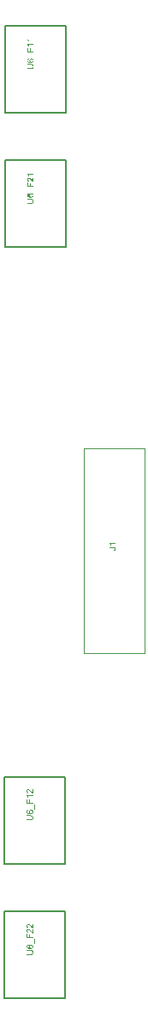
<source format=gbr>
G04*
G04 #@! TF.GenerationSoftware,Altium Limited,Altium Designer,25.0.2 (28)*
G04*
G04 Layer_Color=16711935*
%FSLAX25Y25*%
%MOIN*%
G70*
G04*
G04 #@! TF.SameCoordinates,7C83500D-BFB9-469C-A41D-0C693C3E1856*
G04*
G04*
G04 #@! TF.FilePolarity,Positive*
G04*
G01*
G75*
%ADD12C,0.00394*%
%ADD15C,0.00787*%
G36*
X661824Y338441D02*
X659856D01*
X659862Y338436D01*
X659875Y338422D01*
X659894Y338397D01*
X659922Y338362D01*
X659954Y338321D01*
X659990Y338269D01*
X660028Y338212D01*
X660069Y338146D01*
Y338143D01*
X660075Y338138D01*
X660080Y338130D01*
X660085Y338116D01*
X660096Y338100D01*
X660105Y338081D01*
X660129Y338037D01*
X660154Y337988D01*
X660181Y337933D01*
X660206Y337876D01*
X660227Y337821D01*
X659930D01*
X659927Y337824D01*
X659924Y337832D01*
X659916Y337846D01*
X659908Y337865D01*
X659897Y337887D01*
X659881Y337914D01*
X659864Y337944D01*
X659848Y337974D01*
X659804Y338045D01*
X659752Y338122D01*
X659698Y338201D01*
X659635Y338274D01*
X659632Y338277D01*
X659627Y338283D01*
X659619Y338294D01*
X659605Y338307D01*
X659588Y338321D01*
X659572Y338340D01*
X659526Y338381D01*
X659477Y338427D01*
X659419Y338474D01*
X659359Y338515D01*
X659296Y338550D01*
Y338749D01*
X661824D01*
Y338441D01*
D02*
G37*
G36*
X661101Y337163D02*
X661131D01*
X661166Y337161D01*
X661202Y337155D01*
X661281Y337147D01*
X661363Y337133D01*
X661442Y337114D01*
X661478Y337101D01*
X661513Y337087D01*
X661516D01*
X661521Y337084D01*
X661530Y337079D01*
X661541Y337073D01*
X661573Y337054D01*
X661612Y337027D01*
X661652Y336994D01*
X661696Y336953D01*
X661737Y336901D01*
X661775Y336844D01*
Y336841D01*
X661778Y336836D01*
X661783Y336827D01*
X661789Y336814D01*
X661797Y336800D01*
X661803Y336781D01*
X661811Y336759D01*
X661819Y336735D01*
X661838Y336677D01*
X661852Y336612D01*
X661863Y336538D01*
X661865Y336456D01*
Y336423D01*
X661863Y336402D01*
X661860Y336374D01*
X661854Y336342D01*
X661849Y336306D01*
X661841Y336268D01*
X661833Y336227D01*
X661819Y336186D01*
X661805Y336142D01*
X661786Y336101D01*
X661764Y336058D01*
X661740Y336019D01*
X661710Y335981D01*
X661677Y335946D01*
X661674Y335943D01*
X661669Y335938D01*
X661658Y335929D01*
X661642Y335918D01*
X661622Y335905D01*
X661598Y335891D01*
X661568Y335875D01*
X661535Y335858D01*
X661497Y335845D01*
X661456Y335828D01*
X661409Y335815D01*
X661358Y335801D01*
X661303Y335793D01*
X661243Y335785D01*
X661180Y335779D01*
X661112D01*
X661068Y336080D01*
X661071D01*
X661082D01*
X661096Y336082D01*
X661115D01*
X661139Y336085D01*
X661166Y336088D01*
X661227Y336096D01*
X661292Y336109D01*
X661358Y336129D01*
X661388Y336140D01*
X661418Y336153D01*
X661442Y336170D01*
X661464Y336186D01*
X661470Y336191D01*
X661480Y336205D01*
X661497Y336227D01*
X661516Y336257D01*
X661535Y336295D01*
X661551Y336342D01*
X661562Y336393D01*
X661568Y336454D01*
Y336475D01*
X661565Y336497D01*
X661560Y336527D01*
X661554Y336563D01*
X661543Y336598D01*
X661530Y336634D01*
X661511Y336669D01*
X661508Y336675D01*
X661500Y336686D01*
X661486Y336699D01*
X661470Y336721D01*
X661448Y336740D01*
X661420Y336762D01*
X661390Y336781D01*
X661355Y336797D01*
X661349Y336800D01*
X661336Y336803D01*
X661311Y336808D01*
X661278Y336817D01*
X661235Y336822D01*
X661180Y336827D01*
X661117Y336830D01*
X661079Y336833D01*
X661041D01*
X659305D01*
Y337166D01*
X661022D01*
X661025D01*
X661035D01*
X661052D01*
X661074D01*
X661101Y337163D01*
D02*
G37*
G36*
X629837Y533606D02*
X627869D01*
X627874Y533601D01*
X627888Y533587D01*
X627907Y533563D01*
X627934Y533527D01*
X627967Y533486D01*
X628003Y533434D01*
X628041Y533377D01*
X628082Y533311D01*
Y533309D01*
X628087Y533303D01*
X628093Y533295D01*
X628098Y533281D01*
X628109Y533265D01*
X628117Y533246D01*
X628142Y533202D01*
X628166Y533153D01*
X628194Y533098D01*
X628218Y533041D01*
X628240Y532986D01*
X627943D01*
X627940Y532989D01*
X627937Y532997D01*
X627929Y533011D01*
X627921Y533030D01*
X627910Y533052D01*
X627893Y533079D01*
X627877Y533109D01*
X627861Y533139D01*
X627817Y533210D01*
X627765Y533287D01*
X627710Y533366D01*
X627648Y533440D01*
X627645Y533442D01*
X627639Y533448D01*
X627631Y533459D01*
X627618Y533472D01*
X627601Y533486D01*
X627585Y533505D01*
X627538Y533546D01*
X627489Y533593D01*
X627432Y533639D01*
X627372Y533680D01*
X627309Y533715D01*
Y533915D01*
X629837D01*
Y533606D01*
D02*
G37*
G36*
Y531649D02*
X627869D01*
X627874Y531643D01*
X627888Y531630D01*
X627907Y531605D01*
X627934Y531570D01*
X627967Y531529D01*
X628003Y531477D01*
X628041Y531420D01*
X628082Y531354D01*
Y531351D01*
X628087Y531346D01*
X628093Y531338D01*
X628098Y531324D01*
X628109Y531308D01*
X628117Y531288D01*
X628142Y531245D01*
X628166Y531196D01*
X628194Y531141D01*
X628218Y531084D01*
X628240Y531029D01*
X627943D01*
X627940Y531032D01*
X627937Y531040D01*
X627929Y531054D01*
X627921Y531073D01*
X627910Y531095D01*
X627893Y531122D01*
X627877Y531152D01*
X627861Y531182D01*
X627817Y531253D01*
X627765Y531329D01*
X627710Y531409D01*
X627648Y531482D01*
X627645Y531485D01*
X627639Y531491D01*
X627631Y531501D01*
X627618Y531515D01*
X627601Y531529D01*
X627585Y531548D01*
X627538Y531589D01*
X627489Y531635D01*
X627432Y531682D01*
X627372Y531722D01*
X627309Y531758D01*
Y531957D01*
X629837D01*
Y531649D01*
D02*
G37*
G36*
X627615Y529121D02*
X628396D01*
Y530303D01*
X628693D01*
Y529121D01*
X629837D01*
Y528788D01*
X627317D01*
Y530486D01*
X627615D01*
Y529121D01*
D02*
G37*
G36*
X630536Y526486D02*
X630312D01*
Y528537D01*
X630536D01*
Y526486D01*
D02*
G37*
G36*
X629059Y526377D02*
X629078D01*
X629103Y526374D01*
X629133Y526372D01*
X629163Y526366D01*
X629231Y526355D01*
X629305Y526336D01*
X629381Y526312D01*
X629460Y526276D01*
X629463D01*
X629469Y526271D01*
X629480Y526265D01*
X629493Y526257D01*
X629509Y526246D01*
X629529Y526235D01*
X629575Y526202D01*
X629624Y526164D01*
X629676Y526115D01*
X629728Y526058D01*
X629772Y525995D01*
Y525992D01*
X629777Y525987D01*
X629782Y525976D01*
X629788Y525962D01*
X629796Y525946D01*
X629804Y525927D01*
X629815Y525902D01*
X629823Y525878D01*
X629845Y525817D01*
X629862Y525746D01*
X629873Y525670D01*
X629878Y525588D01*
Y525572D01*
X629875Y525550D01*
X629873Y525523D01*
X629870Y525490D01*
X629862Y525452D01*
X629853Y525411D01*
X629843Y525364D01*
X629826Y525315D01*
X629810Y525263D01*
X629785Y525211D01*
X629758Y525160D01*
X629725Y525105D01*
X629687Y525056D01*
X629643Y525004D01*
X629594Y524958D01*
X629591Y524955D01*
X629580Y524947D01*
X629564Y524936D01*
X629539Y524919D01*
X629509Y524900D01*
X629471Y524881D01*
X629425Y524859D01*
X629370Y524837D01*
X629310Y524813D01*
X629242Y524791D01*
X629166Y524772D01*
X629081Y524753D01*
X628988Y524736D01*
X628887Y524725D01*
X628778Y524717D01*
X628660Y524715D01*
X628658D01*
X628652D01*
X628641D01*
X628628D01*
X628611D01*
X628589Y524717D01*
X628568D01*
X628540Y524720D01*
X628480Y524723D01*
X628412Y524728D01*
X628336Y524736D01*
X628254Y524747D01*
X628166Y524764D01*
X628079Y524780D01*
X627992Y524802D01*
X627904Y524829D01*
X627820Y524859D01*
X627738Y524895D01*
X627664Y524938D01*
X627598Y524985D01*
X627596Y524988D01*
X627585Y524996D01*
X627571Y525009D01*
X627552Y525029D01*
X627530Y525050D01*
X627506Y525080D01*
X627481Y525113D01*
X627454Y525151D01*
X627426Y525195D01*
X627402Y525244D01*
X627377Y525296D01*
X627355Y525353D01*
X627336Y525414D01*
X627323Y525479D01*
X627312Y525547D01*
X627309Y525621D01*
Y525651D01*
X627312Y525670D01*
X627315Y525695D01*
X627317Y525725D01*
X627323Y525758D01*
X627331Y525793D01*
X627350Y525872D01*
X627364Y525910D01*
X627380Y525954D01*
X627399Y525995D01*
X627424Y526033D01*
X627448Y526071D01*
X627478Y526110D01*
X627481Y526112D01*
X627487Y526118D01*
X627495Y526129D01*
X627508Y526140D01*
X627525Y526156D01*
X627547Y526172D01*
X627571Y526192D01*
X627598Y526211D01*
X627629Y526230D01*
X627664Y526249D01*
X627702Y526268D01*
X627743Y526287D01*
X627787Y526303D01*
X627833Y526317D01*
X627882Y526331D01*
X627937Y526339D01*
X627962Y526030D01*
X627959D01*
X627953Y526028D01*
X627945Y526025D01*
X627932Y526022D01*
X627899Y526014D01*
X627861Y526000D01*
X627817Y525984D01*
X627773Y525962D01*
X627732Y525940D01*
X627697Y525913D01*
X627694Y525910D01*
X627691Y525908D01*
X627683Y525899D01*
X627675Y525891D01*
X627653Y525864D01*
X627629Y525826D01*
X627604Y525782D01*
X627585Y525727D01*
X627568Y525667D01*
X627566Y525635D01*
X627563Y525602D01*
Y525577D01*
X627568Y525547D01*
X627574Y525512D01*
X627585Y525471D01*
X627598Y525427D01*
X627620Y525383D01*
X627648Y525340D01*
Y525337D01*
X627653Y525334D01*
X627659Y525326D01*
X627667Y525315D01*
X627691Y525291D01*
X627727Y525258D01*
X627771Y525220D01*
X627825Y525181D01*
X627888Y525146D01*
X627959Y525110D01*
X627962D01*
X627967Y525108D01*
X627981Y525102D01*
X627997Y525097D01*
X628016Y525091D01*
X628044Y525083D01*
X628074Y525075D01*
X628106Y525067D01*
X628145Y525059D01*
X628188Y525053D01*
X628237Y525045D01*
X628289Y525037D01*
X628344Y525031D01*
X628404Y525029D01*
X628469Y525026D01*
X628535Y525023D01*
X628529Y525029D01*
X628521Y525034D01*
X628510Y525042D01*
X628480Y525067D01*
X628442Y525097D01*
X628401Y525138D01*
X628360Y525184D01*
X628322Y525236D01*
X628287Y525293D01*
Y525296D01*
X628284Y525302D01*
X628278Y525310D01*
X628273Y525321D01*
X628267Y525337D01*
X628259Y525353D01*
X628243Y525397D01*
X628229Y525449D01*
X628216Y525506D01*
X628205Y525569D01*
X628202Y525635D01*
Y525648D01*
X628205Y525665D01*
Y525687D01*
X628210Y525714D01*
X628213Y525744D01*
X628221Y525779D01*
X628229Y525817D01*
X628243Y525856D01*
X628256Y525899D01*
X628276Y525943D01*
X628297Y525987D01*
X628325Y526033D01*
X628355Y526077D01*
X628390Y526121D01*
X628431Y526161D01*
X628434Y526164D01*
X628442Y526170D01*
X628453Y526181D01*
X628472Y526197D01*
X628494Y526213D01*
X628521Y526230D01*
X628554Y526252D01*
X628589Y526271D01*
X628630Y526290D01*
X628674Y526312D01*
X628723Y526328D01*
X628775Y526347D01*
X628830Y526361D01*
X628890Y526372D01*
X628953Y526377D01*
X629018Y526380D01*
X629021D01*
X629029D01*
X629040D01*
X629059Y526377D01*
D02*
G37*
G36*
X628868Y524297D02*
X628903Y524294D01*
X628944Y524291D01*
X628991Y524289D01*
X629086Y524278D01*
X629187Y524264D01*
X629286Y524242D01*
X629332Y524229D01*
X629376Y524212D01*
X629379D01*
X629387Y524210D01*
X629398Y524204D01*
X629414Y524196D01*
X629433Y524185D01*
X629455Y524174D01*
X629504Y524141D01*
X629534Y524122D01*
X629561Y524100D01*
X629594Y524073D01*
X629624Y524046D01*
X629654Y524013D01*
X629684Y523980D01*
X629711Y523942D01*
X629739Y523901D01*
X629742Y523898D01*
X629744Y523890D01*
X629752Y523879D01*
X629761Y523860D01*
X629772Y523838D01*
X629782Y523811D01*
X629796Y523781D01*
X629807Y523743D01*
X629821Y523704D01*
X629834Y523661D01*
X629845Y523612D01*
X629856Y523560D01*
X629864Y523502D01*
X629873Y523442D01*
X629875Y523380D01*
X629878Y523314D01*
Y523279D01*
X629875Y523254D01*
Y523224D01*
X629873Y523191D01*
X629867Y523150D01*
X629862Y523109D01*
X629848Y523017D01*
X629826Y522918D01*
X629796Y522823D01*
X629780Y522776D01*
X629758Y522733D01*
X629755Y522730D01*
X629752Y522722D01*
X629744Y522711D01*
X629736Y522697D01*
X629722Y522678D01*
X629706Y522656D01*
X629690Y522634D01*
X629668Y522610D01*
X629619Y522555D01*
X629559Y522503D01*
X629488Y522454D01*
X629447Y522432D01*
X629406Y522413D01*
X629403D01*
X629395Y522410D01*
X629381Y522405D01*
X629362Y522400D01*
X629340Y522391D01*
X629310Y522383D01*
X629278Y522375D01*
X629239Y522367D01*
X629196Y522356D01*
X629149Y522348D01*
X629097Y522339D01*
X629040Y522334D01*
X628980Y522326D01*
X628914Y522323D01*
X628846Y522318D01*
X628772D01*
X627317D01*
Y522651D01*
X628772D01*
X628775D01*
X628786D01*
X628802D01*
X628827D01*
X628854Y522653D01*
X628884D01*
X628920Y522656D01*
X628955Y522659D01*
X629035Y522664D01*
X629114Y522675D01*
X629190Y522692D01*
X629226Y522700D01*
X629256Y522711D01*
X629258D01*
X629261Y522714D01*
X629269Y522716D01*
X629280Y522722D01*
X629310Y522738D01*
X629343Y522760D01*
X629384Y522787D01*
X629422Y522823D01*
X629460Y522866D01*
X629496Y522918D01*
Y522921D01*
X629499Y522927D01*
X629504Y522935D01*
X629509Y522946D01*
X629515Y522959D01*
X629520Y522978D01*
X629529Y522997D01*
X629537Y523019D01*
X629551Y523074D01*
X629564Y523137D01*
X629575Y523208D01*
X629578Y523284D01*
Y523320D01*
X629575Y523344D01*
X629572Y523374D01*
X629570Y523410D01*
X629564Y523448D01*
X629556Y523489D01*
X629537Y523573D01*
X629523Y523617D01*
X629507Y523661D01*
X629488Y523702D01*
X629466Y523740D01*
X629441Y523775D01*
X629411Y523808D01*
X629409Y523811D01*
X629403Y523816D01*
X629392Y523822D01*
X629379Y523833D01*
X629359Y523844D01*
X629335Y523857D01*
X629305Y523874D01*
X629269Y523887D01*
X629228Y523901D01*
X629182Y523917D01*
X629130Y523931D01*
X629073Y523942D01*
X629007Y523953D01*
X628936Y523961D01*
X628857Y523964D01*
X628772Y523967D01*
X627317D01*
Y524300D01*
X628772D01*
X628778D01*
X628789D01*
X628808D01*
X628835D01*
X628868Y524297D01*
D02*
G37*
G36*
X629837Y481441D02*
X627869D01*
X627874Y481435D01*
X627888Y481422D01*
X627907Y481397D01*
X627934Y481362D01*
X627967Y481321D01*
X628003Y481269D01*
X628041Y481212D01*
X628082Y481146D01*
Y481143D01*
X628087Y481138D01*
X628093Y481130D01*
X628098Y481116D01*
X628109Y481100D01*
X628117Y481080D01*
X628142Y481037D01*
X628166Y480988D01*
X628194Y480933D01*
X628218Y480876D01*
X628240Y480821D01*
X627943D01*
X627940Y480824D01*
X627937Y480832D01*
X627929Y480846D01*
X627921Y480865D01*
X627910Y480887D01*
X627893Y480914D01*
X627877Y480944D01*
X627861Y480974D01*
X627817Y481045D01*
X627765Y481121D01*
X627710Y481201D01*
X627648Y481274D01*
X627645Y481277D01*
X627639Y481283D01*
X627631Y481293D01*
X627618Y481307D01*
X627601Y481321D01*
X627585Y481340D01*
X627538Y481381D01*
X627489Y481427D01*
X627432Y481474D01*
X627372Y481515D01*
X627309Y481550D01*
Y481749D01*
X629837D01*
Y481441D01*
D02*
G37*
G36*
Y478585D02*
X629832D01*
X629818D01*
X629796D01*
X629769Y478588D01*
X629736Y478591D01*
X629701Y478599D01*
X629662Y478607D01*
X629624Y478621D01*
X629621D01*
X629616Y478623D01*
X629608Y478626D01*
X629594Y478632D01*
X629580Y478640D01*
X629561Y478648D01*
X629518Y478670D01*
X629466Y478697D01*
X629409Y478733D01*
X629348Y478774D01*
X629288Y478823D01*
X629286Y478826D01*
X629280Y478828D01*
X629272Y478836D01*
X629258Y478850D01*
X629245Y478864D01*
X629226Y478883D01*
X629204Y478902D01*
X629179Y478927D01*
X629152Y478954D01*
X629125Y478984D01*
X629092Y479017D01*
X629059Y479055D01*
X629024Y479093D01*
X628988Y479137D01*
X628950Y479180D01*
X628909Y479230D01*
X628906Y479235D01*
X628893Y479249D01*
X628876Y479268D01*
X628852Y479295D01*
X628824Y479328D01*
X628792Y479366D01*
X628756Y479410D01*
X628715Y479453D01*
X628630Y479546D01*
X628540Y479636D01*
X628497Y479680D01*
X628453Y479721D01*
X628412Y479756D01*
X628374Y479786D01*
X628371Y479789D01*
X628366Y479792D01*
X628355Y479800D01*
X628341Y479808D01*
X628322Y479822D01*
X628303Y479833D01*
X628254Y479860D01*
X628196Y479887D01*
X628134Y479912D01*
X628068Y479928D01*
X628035Y479931D01*
X628003Y479934D01*
X628000D01*
X627994D01*
X627983D01*
X627973Y479931D01*
X627956D01*
X627937Y479926D01*
X627896Y479917D01*
X627847Y479901D01*
X627795Y479877D01*
X627768Y479863D01*
X627743Y479844D01*
X627719Y479825D01*
X627694Y479800D01*
X627691Y479797D01*
X627689Y479795D01*
X627683Y479786D01*
X627675Y479776D01*
X627664Y479762D01*
X627653Y479745D01*
X627629Y479707D01*
X627607Y479656D01*
X627585Y479598D01*
X627571Y479530D01*
X627566Y479492D01*
Y479432D01*
X627568Y479415D01*
Y479396D01*
X627574Y479374D01*
X627582Y479325D01*
X627598Y479268D01*
X627623Y479208D01*
X627639Y479178D01*
X627656Y479148D01*
X627678Y479120D01*
X627702Y479093D01*
X627705Y479090D01*
X627708Y479088D01*
X627716Y479082D01*
X627727Y479071D01*
X627740Y479063D01*
X627757Y479052D01*
X627776Y479038D01*
X627798Y479028D01*
X627822Y479014D01*
X627850Y479003D01*
X627915Y478981D01*
X627986Y478965D01*
X628027Y478962D01*
X628071Y478959D01*
X628038Y478643D01*
X628033D01*
X628022Y478645D01*
X628005Y478648D01*
X627981Y478651D01*
X627951Y478656D01*
X627915Y478664D01*
X627877Y478673D01*
X627836Y478686D01*
X627795Y478700D01*
X627749Y478716D01*
X627705Y478738D01*
X627661Y478760D01*
X627615Y478787D01*
X627574Y478817D01*
X627533Y478850D01*
X627497Y478888D01*
X627495Y478891D01*
X627489Y478899D01*
X627481Y478910D01*
X627467Y478927D01*
X627454Y478948D01*
X627437Y478976D01*
X627421Y479006D01*
X627402Y479041D01*
X627386Y479079D01*
X627369Y479123D01*
X627353Y479170D01*
X627339Y479221D01*
X627325Y479276D01*
X627317Y479333D01*
X627312Y479396D01*
X627309Y479462D01*
Y479497D01*
X627312Y479522D01*
X627315Y479552D01*
X627320Y479587D01*
X627325Y479628D01*
X627334Y479669D01*
X627345Y479715D01*
X627358Y479762D01*
X627375Y479811D01*
X627394Y479857D01*
X627418Y479907D01*
X627446Y479953D01*
X627476Y479997D01*
X627511Y480038D01*
X627514Y480040D01*
X627519Y480046D01*
X627533Y480057D01*
X627547Y480070D01*
X627566Y480087D01*
X627590Y480106D01*
X627618Y480125D01*
X627650Y480144D01*
X627683Y480163D01*
X627721Y480182D01*
X627762Y480201D01*
X627806Y480218D01*
X627855Y480232D01*
X627904Y480242D01*
X627956Y480248D01*
X628011Y480251D01*
X628014D01*
X628016D01*
X628024D01*
X628035D01*
X628065Y480248D01*
X628103Y480242D01*
X628150Y480234D01*
X628199Y480223D01*
X628254Y480210D01*
X628308Y480188D01*
X628311D01*
X628314Y480185D01*
X628322Y480182D01*
X628333Y480177D01*
X628363Y480161D01*
X628401Y480139D01*
X628447Y480109D01*
X628499Y480073D01*
X628554Y480032D01*
X628614Y479980D01*
X628617Y479978D01*
X628622Y479975D01*
X628630Y479964D01*
X628644Y479953D01*
X628660Y479937D01*
X628680Y479917D01*
X628704Y479896D01*
X628729Y479868D01*
X628759Y479836D01*
X628792Y479800D01*
X628830Y479762D01*
X628868Y479718D01*
X628912Y479672D01*
X628955Y479620D01*
X629004Y479563D01*
X629056Y479503D01*
X629059Y479500D01*
X629067Y479492D01*
X629078Y479475D01*
X629095Y479459D01*
X629114Y479434D01*
X629136Y479410D01*
X629185Y479352D01*
X629237Y479292D01*
X629291Y479235D01*
X629316Y479208D01*
X629338Y479183D01*
X629359Y479161D01*
X629376Y479145D01*
X629379Y479142D01*
X629389Y479131D01*
X629406Y479118D01*
X629428Y479099D01*
X629452Y479077D01*
X629480Y479055D01*
X629539Y479011D01*
Y480253D01*
X629837D01*
Y478585D01*
D02*
G37*
G36*
X627615Y476956D02*
X628396D01*
Y478138D01*
X628693D01*
Y476956D01*
X629837D01*
Y476622D01*
X627317D01*
Y478321D01*
X627615D01*
Y476956D01*
D02*
G37*
G36*
X630536Y474321D02*
X630312D01*
Y476371D01*
X630536D01*
Y474321D01*
D02*
G37*
G36*
X629059Y474212D02*
X629078D01*
X629103Y474209D01*
X629133Y474206D01*
X629163Y474201D01*
X629231Y474190D01*
X629305Y474171D01*
X629381Y474146D01*
X629460Y474111D01*
X629463D01*
X629468Y474105D01*
X629480Y474100D01*
X629493Y474092D01*
X629509Y474081D01*
X629529Y474070D01*
X629575Y474037D01*
X629624Y473999D01*
X629676Y473950D01*
X629728Y473892D01*
X629772Y473830D01*
Y473827D01*
X629777Y473821D01*
X629782Y473810D01*
X629788Y473797D01*
X629796Y473780D01*
X629804Y473761D01*
X629815Y473737D01*
X629823Y473712D01*
X629845Y473652D01*
X629862Y473581D01*
X629873Y473505D01*
X629878Y473423D01*
Y473407D01*
X629875Y473385D01*
X629873Y473357D01*
X629870Y473325D01*
X629862Y473286D01*
X629853Y473245D01*
X629843Y473199D01*
X629826Y473150D01*
X629810Y473098D01*
X629785Y473046D01*
X629758Y472994D01*
X629725Y472940D01*
X629687Y472891D01*
X629643Y472839D01*
X629594Y472792D01*
X629591Y472789D01*
X629580Y472781D01*
X629564Y472770D01*
X629539Y472754D01*
X629509Y472735D01*
X629471Y472716D01*
X629425Y472694D01*
X629370Y472672D01*
X629310Y472647D01*
X629242Y472626D01*
X629166Y472607D01*
X629081Y472587D01*
X628988Y472571D01*
X628887Y472560D01*
X628778Y472552D01*
X628660Y472549D01*
X628658D01*
X628652D01*
X628641D01*
X628628D01*
X628611D01*
X628589Y472552D01*
X628568D01*
X628540Y472555D01*
X628480Y472557D01*
X628412Y472563D01*
X628336Y472571D01*
X628254Y472582D01*
X628166Y472598D01*
X628079Y472615D01*
X627992Y472637D01*
X627904Y472664D01*
X627820Y472694D01*
X627738Y472729D01*
X627664Y472773D01*
X627598Y472820D01*
X627596Y472822D01*
X627585Y472830D01*
X627571Y472844D01*
X627552Y472863D01*
X627530Y472885D01*
X627506Y472915D01*
X627481Y472948D01*
X627454Y472986D01*
X627426Y473030D01*
X627402Y473079D01*
X627377Y473131D01*
X627355Y473188D01*
X627336Y473248D01*
X627323Y473314D01*
X627312Y473382D01*
X627309Y473456D01*
Y473486D01*
X627312Y473505D01*
X627315Y473529D01*
X627317Y473559D01*
X627323Y473592D01*
X627331Y473628D01*
X627350Y473707D01*
X627364Y473745D01*
X627380Y473789D01*
X627399Y473830D01*
X627424Y473868D01*
X627448Y473906D01*
X627478Y473944D01*
X627481Y473947D01*
X627487Y473952D01*
X627495Y473963D01*
X627508Y473974D01*
X627525Y473991D01*
X627547Y474007D01*
X627571Y474026D01*
X627598Y474045D01*
X627629Y474064D01*
X627664Y474084D01*
X627702Y474103D01*
X627743Y474122D01*
X627787Y474138D01*
X627833Y474152D01*
X627882Y474165D01*
X627937Y474174D01*
X627962Y473865D01*
X627959D01*
X627953Y473862D01*
X627945Y473860D01*
X627932Y473857D01*
X627899Y473849D01*
X627861Y473835D01*
X627817Y473819D01*
X627773Y473797D01*
X627732Y473775D01*
X627697Y473748D01*
X627694Y473745D01*
X627691Y473742D01*
X627683Y473734D01*
X627675Y473726D01*
X627653Y473699D01*
X627629Y473660D01*
X627604Y473617D01*
X627585Y473562D01*
X627568Y473502D01*
X627566Y473469D01*
X627563Y473436D01*
Y473412D01*
X627568Y473382D01*
X627574Y473346D01*
X627585Y473306D01*
X627598Y473262D01*
X627620Y473218D01*
X627648Y473174D01*
Y473172D01*
X627653Y473169D01*
X627659Y473161D01*
X627667Y473150D01*
X627691Y473125D01*
X627727Y473093D01*
X627771Y473054D01*
X627825Y473016D01*
X627888Y472981D01*
X627959Y472945D01*
X627962D01*
X627967Y472942D01*
X627981Y472937D01*
X627997Y472931D01*
X628016Y472926D01*
X628044Y472918D01*
X628074Y472910D01*
X628106Y472901D01*
X628145Y472893D01*
X628188Y472888D01*
X628237Y472880D01*
X628289Y472871D01*
X628344Y472866D01*
X628404Y472863D01*
X628469Y472860D01*
X628535Y472858D01*
X628529Y472863D01*
X628521Y472869D01*
X628510Y472877D01*
X628480Y472901D01*
X628442Y472931D01*
X628401Y472972D01*
X628360Y473019D01*
X628322Y473071D01*
X628287Y473128D01*
Y473131D01*
X628284Y473136D01*
X628278Y473144D01*
X628273Y473155D01*
X628267Y473172D01*
X628259Y473188D01*
X628243Y473232D01*
X628229Y473284D01*
X628216Y473341D01*
X628205Y473404D01*
X628202Y473469D01*
Y473483D01*
X628205Y473499D01*
Y473521D01*
X628210Y473548D01*
X628213Y473579D01*
X628221Y473614D01*
X628229Y473652D01*
X628243Y473690D01*
X628256Y473734D01*
X628275Y473778D01*
X628297Y473821D01*
X628325Y473868D01*
X628355Y473912D01*
X628390Y473955D01*
X628431Y473996D01*
X628434Y473999D01*
X628442Y474004D01*
X628453Y474015D01*
X628472Y474032D01*
X628494Y474048D01*
X628521Y474064D01*
X628554Y474086D01*
X628589Y474105D01*
X628630Y474124D01*
X628674Y474146D01*
X628723Y474163D01*
X628775Y474182D01*
X628830Y474195D01*
X628890Y474206D01*
X628953Y474212D01*
X629018Y474215D01*
X629021D01*
X629029D01*
X629040D01*
X629059Y474212D01*
D02*
G37*
G36*
X628868Y472132D02*
X628903Y472129D01*
X628944Y472126D01*
X628991Y472123D01*
X629086Y472113D01*
X629187Y472099D01*
X629286Y472077D01*
X629332Y472063D01*
X629376Y472047D01*
X629379D01*
X629387Y472044D01*
X629398Y472039D01*
X629414Y472031D01*
X629433Y472020D01*
X629455Y472009D01*
X629504Y471976D01*
X629534Y471957D01*
X629561Y471935D01*
X629594Y471908D01*
X629624Y471880D01*
X629654Y471848D01*
X629684Y471815D01*
X629711Y471777D01*
X629739Y471736D01*
X629742Y471733D01*
X629744Y471725D01*
X629752Y471714D01*
X629761Y471695D01*
X629772Y471673D01*
X629782Y471646D01*
X629796Y471616D01*
X629807Y471577D01*
X629821Y471539D01*
X629834Y471495D01*
X629845Y471446D01*
X629856Y471394D01*
X629864Y471337D01*
X629873Y471277D01*
X629875Y471214D01*
X629878Y471149D01*
Y471113D01*
X629875Y471089D01*
Y471059D01*
X629873Y471026D01*
X629867Y470985D01*
X629862Y470944D01*
X629848Y470851D01*
X629826Y470753D01*
X629796Y470657D01*
X629780Y470611D01*
X629758Y470567D01*
X629755Y470565D01*
X629752Y470556D01*
X629744Y470545D01*
X629736Y470532D01*
X629722Y470513D01*
X629706Y470491D01*
X629690Y470469D01*
X629668Y470444D01*
X629619Y470390D01*
X629559Y470338D01*
X629488Y470289D01*
X629447Y470267D01*
X629406Y470248D01*
X629403D01*
X629395Y470245D01*
X629381Y470240D01*
X629362Y470234D01*
X629340Y470226D01*
X629310Y470218D01*
X629278Y470210D01*
X629239Y470201D01*
X629196Y470190D01*
X629149Y470182D01*
X629097Y470174D01*
X629040Y470169D01*
X628980Y470160D01*
X628914Y470158D01*
X628846Y470152D01*
X628772D01*
X627317D01*
Y470485D01*
X628772D01*
X628775D01*
X628786D01*
X628802D01*
X628827D01*
X628854Y470488D01*
X628884D01*
X628920Y470491D01*
X628955Y470494D01*
X629035Y470499D01*
X629114Y470510D01*
X629190Y470526D01*
X629226Y470535D01*
X629256Y470545D01*
X629258D01*
X629261Y470548D01*
X629269Y470551D01*
X629280Y470556D01*
X629310Y470573D01*
X629343Y470595D01*
X629384Y470622D01*
X629422Y470657D01*
X629460Y470701D01*
X629496Y470753D01*
Y470756D01*
X629499Y470761D01*
X629504Y470769D01*
X629509Y470780D01*
X629515Y470794D01*
X629520Y470813D01*
X629529Y470832D01*
X629537Y470854D01*
X629551Y470908D01*
X629564Y470971D01*
X629575Y471042D01*
X629578Y471119D01*
Y471154D01*
X629575Y471179D01*
X629572Y471209D01*
X629570Y471244D01*
X629564Y471282D01*
X629556Y471323D01*
X629537Y471408D01*
X629523Y471452D01*
X629507Y471495D01*
X629488Y471536D01*
X629466Y471575D01*
X629441Y471610D01*
X629411Y471643D01*
X629409Y471646D01*
X629403Y471651D01*
X629392Y471657D01*
X629379Y471667D01*
X629359Y471678D01*
X629335Y471692D01*
X629305Y471708D01*
X629269Y471722D01*
X629228Y471736D01*
X629182Y471752D01*
X629130Y471766D01*
X629073Y471777D01*
X629007Y471788D01*
X628936Y471796D01*
X628857Y471799D01*
X628772Y471801D01*
X627317D01*
Y472134D01*
X628772D01*
X628778D01*
X628789D01*
X628808D01*
X628835D01*
X628868Y472132D01*
D02*
G37*
G36*
X629616Y189524D02*
X629611D01*
X629597D01*
X629575D01*
X629548Y189527D01*
X629515Y189530D01*
X629480Y189538D01*
X629441Y189546D01*
X629403Y189560D01*
X629400D01*
X629395Y189562D01*
X629387Y189565D01*
X629373Y189571D01*
X629359Y189579D01*
X629340Y189587D01*
X629297Y189609D01*
X629245Y189636D01*
X629187Y189672D01*
X629127Y189713D01*
X629067Y189762D01*
X629065Y189764D01*
X629059Y189767D01*
X629051Y189775D01*
X629037Y189789D01*
X629024Y189803D01*
X629005Y189822D01*
X628983Y189841D01*
X628958Y189865D01*
X628931Y189893D01*
X628904Y189923D01*
X628871Y189955D01*
X628838Y189994D01*
X628803Y190032D01*
X628767Y190076D01*
X628729Y190119D01*
X628688Y190168D01*
X628685Y190174D01*
X628672Y190188D01*
X628655Y190207D01*
X628631Y190234D01*
X628603Y190267D01*
X628571Y190305D01*
X628535Y190349D01*
X628494Y190392D01*
X628409Y190485D01*
X628319Y190575D01*
X628276Y190619D01*
X628232Y190660D01*
X628191Y190695D01*
X628153Y190725D01*
X628150Y190728D01*
X628145Y190731D01*
X628134Y190739D01*
X628120Y190747D01*
X628101Y190761D01*
X628082Y190772D01*
X628033Y190799D01*
X627975Y190826D01*
X627913Y190851D01*
X627847Y190867D01*
X627814Y190870D01*
X627781Y190873D01*
X627779D01*
X627773D01*
X627762D01*
X627751Y190870D01*
X627735D01*
X627716Y190865D01*
X627675Y190856D01*
X627626Y190840D01*
X627574Y190815D01*
X627547Y190802D01*
X627522Y190783D01*
X627498Y190764D01*
X627473Y190739D01*
X627470Y190736D01*
X627468Y190734D01*
X627462Y190725D01*
X627454Y190715D01*
X627443Y190701D01*
X627432Y190684D01*
X627408Y190646D01*
X627386Y190594D01*
X627364Y190537D01*
X627350Y190469D01*
X627345Y190430D01*
Y190371D01*
X627348Y190354D01*
Y190335D01*
X627353Y190313D01*
X627361Y190264D01*
X627378Y190207D01*
X627402Y190147D01*
X627419Y190117D01*
X627435Y190087D01*
X627457Y190059D01*
X627481Y190032D01*
X627484Y190029D01*
X627487Y190026D01*
X627495Y190021D01*
X627506Y190010D01*
X627520Y190002D01*
X627536Y189991D01*
X627555Y189977D01*
X627577Y189966D01*
X627601Y189953D01*
X627629Y189942D01*
X627694Y189920D01*
X627765Y189904D01*
X627806Y189901D01*
X627850Y189898D01*
X627817Y189582D01*
X627812D01*
X627801Y189584D01*
X627784Y189587D01*
X627760Y189590D01*
X627730Y189595D01*
X627694Y189603D01*
X627656Y189612D01*
X627615Y189625D01*
X627574Y189639D01*
X627528Y189655D01*
X627484Y189677D01*
X627440Y189699D01*
X627394Y189726D01*
X627353Y189756D01*
X627312Y189789D01*
X627277Y189827D01*
X627274Y189830D01*
X627268Y189838D01*
X627260Y189849D01*
X627247Y189865D01*
X627233Y189887D01*
X627216Y189915D01*
X627200Y189945D01*
X627181Y189980D01*
X627165Y190018D01*
X627148Y190062D01*
X627132Y190108D01*
X627118Y190160D01*
X627105Y190215D01*
X627096Y190272D01*
X627091Y190335D01*
X627088Y190401D01*
Y190436D01*
X627091Y190461D01*
X627094Y190491D01*
X627099Y190526D01*
X627105Y190567D01*
X627113Y190608D01*
X627124Y190654D01*
X627137Y190701D01*
X627154Y190750D01*
X627173Y190796D01*
X627197Y190846D01*
X627225Y190892D01*
X627255Y190936D01*
X627290Y190977D01*
X627293Y190979D01*
X627298Y190985D01*
X627312Y190996D01*
X627326Y191009D01*
X627345Y191026D01*
X627369Y191045D01*
X627397Y191064D01*
X627429Y191083D01*
X627462Y191102D01*
X627500Y191121D01*
X627541Y191140D01*
X627585Y191157D01*
X627634Y191170D01*
X627683Y191181D01*
X627735Y191187D01*
X627790Y191190D01*
X627793D01*
X627795D01*
X627803D01*
X627814D01*
X627844Y191187D01*
X627883Y191181D01*
X627929Y191173D01*
X627978Y191162D01*
X628033Y191148D01*
X628087Y191127D01*
X628090D01*
X628093Y191124D01*
X628101Y191121D01*
X628112Y191116D01*
X628142Y191099D01*
X628180Y191078D01*
X628227Y191048D01*
X628278Y191012D01*
X628333Y190971D01*
X628393Y190919D01*
X628396Y190917D01*
X628401Y190914D01*
X628409Y190903D01*
X628423Y190892D01*
X628440Y190875D01*
X628459Y190856D01*
X628483Y190835D01*
X628508Y190807D01*
X628538Y190775D01*
X628571Y190739D01*
X628609Y190701D01*
X628647Y190657D01*
X628691Y190611D01*
X628734Y190559D01*
X628784Y190501D01*
X628835Y190442D01*
X628838Y190439D01*
X628846Y190430D01*
X628857Y190414D01*
X628873Y190398D01*
X628893Y190373D01*
X628914Y190349D01*
X628964Y190291D01*
X629015Y190231D01*
X629070Y190174D01*
X629095Y190147D01*
X629116Y190122D01*
X629138Y190100D01*
X629155Y190084D01*
X629157Y190081D01*
X629168Y190070D01*
X629185Y190057D01*
X629207Y190037D01*
X629231Y190016D01*
X629258Y189994D01*
X629319Y189950D01*
Y191192D01*
X629616D01*
Y189524D01*
D02*
G37*
G36*
Y187567D02*
X629611D01*
X629597D01*
X629575D01*
X629548Y187569D01*
X629515Y187572D01*
X629480Y187580D01*
X629441Y187589D01*
X629403Y187602D01*
X629400D01*
X629395Y187605D01*
X629387Y187608D01*
X629373Y187613D01*
X629359Y187621D01*
X629340Y187630D01*
X629297Y187651D01*
X629245Y187679D01*
X629187Y187714D01*
X629127Y187755D01*
X629067Y187804D01*
X629065Y187807D01*
X629059Y187810D01*
X629051Y187818D01*
X629037Y187832D01*
X629024Y187845D01*
X629005Y187864D01*
X628983Y187883D01*
X628958Y187908D01*
X628931Y187935D01*
X628904Y187965D01*
X628871Y187998D01*
X628838Y188036D01*
X628803Y188075D01*
X628767Y188118D01*
X628729Y188162D01*
X628688Y188211D01*
X628685Y188216D01*
X628672Y188230D01*
X628655Y188249D01*
X628631Y188277D01*
X628603Y188309D01*
X628571Y188348D01*
X628535Y188391D01*
X628494Y188435D01*
X628409Y188528D01*
X628319Y188618D01*
X628276Y188662D01*
X628232Y188702D01*
X628191Y188738D01*
X628153Y188768D01*
X628150Y188771D01*
X628145Y188773D01*
X628134Y188782D01*
X628120Y188790D01*
X628101Y188804D01*
X628082Y188814D01*
X628033Y188842D01*
X627975Y188869D01*
X627913Y188894D01*
X627847Y188910D01*
X627814Y188913D01*
X627781Y188915D01*
X627779D01*
X627773D01*
X627762D01*
X627751Y188913D01*
X627735D01*
X627716Y188907D01*
X627675Y188899D01*
X627626Y188883D01*
X627574Y188858D01*
X627547Y188844D01*
X627522Y188825D01*
X627498Y188806D01*
X627473Y188782D01*
X627470Y188779D01*
X627468Y188776D01*
X627462Y188768D01*
X627454Y188757D01*
X627443Y188743D01*
X627432Y188727D01*
X627408Y188689D01*
X627386Y188637D01*
X627364Y188580D01*
X627350Y188511D01*
X627345Y188473D01*
Y188413D01*
X627348Y188397D01*
Y188378D01*
X627353Y188356D01*
X627361Y188307D01*
X627378Y188249D01*
X627402Y188189D01*
X627419Y188159D01*
X627435Y188129D01*
X627457Y188102D01*
X627481Y188075D01*
X627484Y188072D01*
X627487Y188069D01*
X627495Y188064D01*
X627506Y188053D01*
X627520Y188045D01*
X627536Y188034D01*
X627555Y188020D01*
X627577Y188009D01*
X627601Y187995D01*
X627629Y187985D01*
X627694Y187963D01*
X627765Y187946D01*
X627806Y187943D01*
X627850Y187941D01*
X627817Y187624D01*
X627812D01*
X627801Y187627D01*
X627784Y187630D01*
X627760Y187632D01*
X627730Y187638D01*
X627694Y187646D01*
X627656Y187654D01*
X627615Y187668D01*
X627574Y187681D01*
X627528Y187698D01*
X627484Y187720D01*
X627440Y187741D01*
X627394Y187769D01*
X627353Y187799D01*
X627312Y187832D01*
X627277Y187870D01*
X627274Y187873D01*
X627268Y187881D01*
X627260Y187892D01*
X627247Y187908D01*
X627233Y187930D01*
X627216Y187957D01*
X627200Y187987D01*
X627181Y188023D01*
X627165Y188061D01*
X627148Y188105D01*
X627132Y188151D01*
X627118Y188203D01*
X627105Y188258D01*
X627096Y188315D01*
X627091Y188378D01*
X627088Y188443D01*
Y188479D01*
X627091Y188503D01*
X627094Y188533D01*
X627099Y188569D01*
X627105Y188610D01*
X627113Y188651D01*
X627124Y188697D01*
X627137Y188743D01*
X627154Y188793D01*
X627173Y188839D01*
X627197Y188888D01*
X627225Y188935D01*
X627255Y188978D01*
X627290Y189019D01*
X627293Y189022D01*
X627298Y189027D01*
X627312Y189038D01*
X627326Y189052D01*
X627345Y189068D01*
X627369Y189087D01*
X627397Y189107D01*
X627429Y189126D01*
X627462Y189145D01*
X627500Y189164D01*
X627541Y189183D01*
X627585Y189199D01*
X627634Y189213D01*
X627683Y189224D01*
X627735Y189229D01*
X627790Y189232D01*
X627793D01*
X627795D01*
X627803D01*
X627814D01*
X627844Y189229D01*
X627883Y189224D01*
X627929Y189216D01*
X627978Y189205D01*
X628033Y189191D01*
X628087Y189169D01*
X628090D01*
X628093Y189167D01*
X628101Y189164D01*
X628112Y189158D01*
X628142Y189142D01*
X628180Y189120D01*
X628227Y189090D01*
X628278Y189055D01*
X628333Y189014D01*
X628393Y188962D01*
X628396Y188959D01*
X628401Y188956D01*
X628409Y188945D01*
X628423Y188935D01*
X628440Y188918D01*
X628459Y188899D01*
X628483Y188877D01*
X628508Y188850D01*
X628538Y188817D01*
X628571Y188782D01*
X628609Y188743D01*
X628647Y188700D01*
X628691Y188653D01*
X628734Y188601D01*
X628784Y188544D01*
X628835Y188484D01*
X628838Y188481D01*
X628846Y188473D01*
X628857Y188457D01*
X628873Y188440D01*
X628893Y188416D01*
X628914Y188391D01*
X628964Y188334D01*
X629015Y188274D01*
X629070Y188216D01*
X629095Y188189D01*
X629116Y188165D01*
X629138Y188143D01*
X629155Y188126D01*
X629157Y188124D01*
X629168Y188113D01*
X629185Y188099D01*
X629207Y188080D01*
X629231Y188058D01*
X629258Y188036D01*
X629319Y187993D01*
Y189235D01*
X629616D01*
Y187567D01*
D02*
G37*
G36*
X627394Y185937D02*
X628175D01*
Y187119D01*
X628472D01*
Y185937D01*
X629616D01*
Y185604D01*
X627096D01*
Y187302D01*
X627394D01*
Y185937D01*
D02*
G37*
G36*
X630315Y183302D02*
X630091D01*
Y185353D01*
X630315D01*
Y183302D01*
D02*
G37*
G36*
X628838Y183193D02*
X628857D01*
X628882Y183191D01*
X628912Y183188D01*
X628942Y183182D01*
X629010Y183171D01*
X629084Y183152D01*
X629160Y183128D01*
X629239Y183092D01*
X629242D01*
X629248Y183087D01*
X629258Y183081D01*
X629272Y183073D01*
X629288Y183062D01*
X629308Y183051D01*
X629354Y183019D01*
X629403Y182980D01*
X629455Y182931D01*
X629507Y182874D01*
X629551Y182811D01*
Y182808D01*
X629556Y182803D01*
X629562Y182792D01*
X629567Y182778D01*
X629575Y182762D01*
X629583Y182743D01*
X629594Y182718D01*
X629602Y182694D01*
X629624Y182634D01*
X629641Y182563D01*
X629652Y182486D01*
X629657Y182404D01*
Y182388D01*
X629654Y182366D01*
X629652Y182339D01*
X629649Y182306D01*
X629641Y182268D01*
X629633Y182227D01*
X629622Y182181D01*
X629605Y182131D01*
X629589Y182080D01*
X629564Y182028D01*
X629537Y181976D01*
X629504Y181921D01*
X629466Y181872D01*
X629422Y181820D01*
X629373Y181774D01*
X629370Y181771D01*
X629359Y181763D01*
X629343Y181752D01*
X629319Y181736D01*
X629288Y181716D01*
X629250Y181697D01*
X629204Y181675D01*
X629149Y181654D01*
X629089Y181629D01*
X629021Y181607D01*
X628944Y181588D01*
X628860Y181569D01*
X628767Y181553D01*
X628666Y181542D01*
X628557Y181534D01*
X628440Y181531D01*
X628437D01*
X628431D01*
X628420D01*
X628407D01*
X628390D01*
X628369Y181534D01*
X628347D01*
X628319Y181536D01*
X628259Y181539D01*
X628191Y181544D01*
X628115Y181553D01*
X628033Y181563D01*
X627945Y181580D01*
X627858Y181596D01*
X627771Y181618D01*
X627683Y181645D01*
X627599Y181675D01*
X627517Y181711D01*
X627443Y181755D01*
X627378Y181801D01*
X627375Y181804D01*
X627364Y181812D01*
X627350Y181826D01*
X627331Y181845D01*
X627309Y181867D01*
X627285Y181897D01*
X627260Y181929D01*
X627233Y181968D01*
X627206Y182011D01*
X627181Y182060D01*
X627156Y182112D01*
X627135Y182170D01*
X627115Y182230D01*
X627102Y182295D01*
X627091Y182363D01*
X627088Y182437D01*
Y182467D01*
X627091Y182486D01*
X627094Y182511D01*
X627096Y182541D01*
X627102Y182574D01*
X627110Y182609D01*
X627129Y182688D01*
X627143Y182727D01*
X627159Y182770D01*
X627178Y182811D01*
X627203Y182849D01*
X627227Y182888D01*
X627257Y182926D01*
X627260Y182929D01*
X627266Y182934D01*
X627274Y182945D01*
X627287Y182956D01*
X627304Y182972D01*
X627326Y182989D01*
X627350Y183008D01*
X627378Y183027D01*
X627408Y183046D01*
X627443Y183065D01*
X627481Y183084D01*
X627522Y183103D01*
X627566Y183120D01*
X627612Y183133D01*
X627661Y183147D01*
X627716Y183155D01*
X627741Y182847D01*
X627738D01*
X627732Y182844D01*
X627724Y182841D01*
X627711Y182838D01*
X627678Y182830D01*
X627640Y182817D01*
X627596Y182800D01*
X627552Y182778D01*
X627511Y182756D01*
X627476Y182729D01*
X627473Y182727D01*
X627470Y182724D01*
X627462Y182716D01*
X627454Y182707D01*
X627432Y182680D01*
X627408Y182642D01*
X627383Y182598D01*
X627364Y182544D01*
X627348Y182483D01*
X627345Y182451D01*
X627342Y182418D01*
Y182393D01*
X627348Y182363D01*
X627353Y182328D01*
X627364Y182287D01*
X627378Y182243D01*
X627399Y182200D01*
X627427Y182156D01*
Y182153D01*
X627432Y182150D01*
X627438Y182142D01*
X627446Y182131D01*
X627470Y182107D01*
X627506Y182074D01*
X627550Y182036D01*
X627604Y181998D01*
X627667Y181962D01*
X627738Y181927D01*
X627741D01*
X627746Y181924D01*
X627760Y181918D01*
X627776Y181913D01*
X627795Y181907D01*
X627822Y181899D01*
X627852Y181891D01*
X627885Y181883D01*
X627923Y181875D01*
X627967Y181869D01*
X628016Y181861D01*
X628068Y181853D01*
X628123Y181847D01*
X628183Y181845D01*
X628248Y181842D01*
X628314Y181839D01*
X628308Y181845D01*
X628300Y181850D01*
X628289Y181858D01*
X628259Y181883D01*
X628221Y181913D01*
X628180Y181954D01*
X628139Y182000D01*
X628101Y182052D01*
X628065Y182109D01*
Y182112D01*
X628063Y182118D01*
X628057Y182126D01*
X628052Y182137D01*
X628046Y182153D01*
X628038Y182170D01*
X628022Y182213D01*
X628008Y182265D01*
X627994Y182323D01*
X627984Y182385D01*
X627981Y182451D01*
Y182464D01*
X627984Y182481D01*
Y182503D01*
X627989Y182530D01*
X627992Y182560D01*
X628000Y182596D01*
X628008Y182634D01*
X628022Y182672D01*
X628035Y182716D01*
X628055Y182759D01*
X628076Y182803D01*
X628104Y182849D01*
X628134Y182893D01*
X628169Y182937D01*
X628210Y182978D01*
X628213Y182980D01*
X628221Y182986D01*
X628232Y182997D01*
X628251Y183013D01*
X628273Y183029D01*
X628300Y183046D01*
X628333Y183068D01*
X628369Y183087D01*
X628409Y183106D01*
X628453Y183128D01*
X628502Y183144D01*
X628554Y183163D01*
X628609Y183177D01*
X628669Y183188D01*
X628732Y183193D01*
X628797Y183196D01*
X628800D01*
X628808D01*
X628819D01*
X628838Y183193D01*
D02*
G37*
G36*
X628647Y181113D02*
X628682Y181110D01*
X628723Y181108D01*
X628770Y181105D01*
X628865Y181094D01*
X628966Y181080D01*
X629065Y181059D01*
X629111Y181045D01*
X629155Y181028D01*
X629157D01*
X629166Y181026D01*
X629177Y181020D01*
X629193Y181012D01*
X629212Y181001D01*
X629234Y180990D01*
X629283Y180957D01*
X629313Y180938D01*
X629340Y180917D01*
X629373Y180889D01*
X629403Y180862D01*
X629433Y180829D01*
X629463Y180796D01*
X629491Y180758D01*
X629518Y180717D01*
X629521Y180714D01*
X629523Y180706D01*
X629531Y180695D01*
X629540Y180676D01*
X629551Y180654D01*
X629562Y180627D01*
X629575Y180597D01*
X629586Y180559D01*
X629600Y180521D01*
X629613Y180477D01*
X629624Y180428D01*
X629635Y180376D01*
X629643Y180319D01*
X629652Y180259D01*
X629654Y180196D01*
X629657Y180130D01*
Y180095D01*
X629654Y180070D01*
Y180040D01*
X629652Y180007D01*
X629646Y179966D01*
X629641Y179926D01*
X629627Y179833D01*
X629605Y179734D01*
X629575Y179639D01*
X629559Y179593D01*
X629537Y179549D01*
X629534Y179546D01*
X629531Y179538D01*
X629523Y179527D01*
X629515Y179513D01*
X629501Y179494D01*
X629485Y179472D01*
X629469Y179451D01*
X629447Y179426D01*
X629398Y179371D01*
X629338Y179320D01*
X629267Y179270D01*
X629226Y179248D01*
X629185Y179229D01*
X629182D01*
X629174Y179227D01*
X629160Y179221D01*
X629141Y179216D01*
X629119Y179208D01*
X629089Y179199D01*
X629057Y179191D01*
X629018Y179183D01*
X628975Y179172D01*
X628928Y179164D01*
X628876Y179156D01*
X628819Y179150D01*
X628759Y179142D01*
X628693Y179139D01*
X628625Y179134D01*
X628551D01*
X627096D01*
Y179467D01*
X628551D01*
X628554D01*
X628565D01*
X628581D01*
X628606D01*
X628633Y179470D01*
X628663D01*
X628699Y179472D01*
X628734Y179475D01*
X628814Y179481D01*
X628893Y179491D01*
X628969Y179508D01*
X629005Y179516D01*
X629035Y179527D01*
X629037D01*
X629040Y179530D01*
X629048Y179532D01*
X629059Y179538D01*
X629089Y179554D01*
X629122Y179576D01*
X629163Y179603D01*
X629201Y179639D01*
X629239Y179683D01*
X629275Y179734D01*
Y179737D01*
X629278Y179743D01*
X629283Y179751D01*
X629288Y179762D01*
X629294Y179775D01*
X629299Y179795D01*
X629308Y179814D01*
X629316Y179835D01*
X629329Y179890D01*
X629343Y179953D01*
X629354Y180024D01*
X629357Y180100D01*
Y180136D01*
X629354Y180160D01*
X629351Y180190D01*
X629349Y180226D01*
X629343Y180264D01*
X629335Y180305D01*
X629316Y180390D01*
X629302Y180433D01*
X629286Y180477D01*
X629267Y180518D01*
X629245Y180556D01*
X629220Y180592D01*
X629190Y180624D01*
X629187Y180627D01*
X629182Y180633D01*
X629171Y180638D01*
X629157Y180649D01*
X629138Y180660D01*
X629114Y180674D01*
X629084Y180690D01*
X629048Y180704D01*
X629007Y180717D01*
X628961Y180734D01*
X628909Y180747D01*
X628852Y180758D01*
X628786Y180769D01*
X628715Y180777D01*
X628636Y180780D01*
X628551Y180783D01*
X627096D01*
Y181116D01*
X628551D01*
X628557D01*
X628568D01*
X628587D01*
X628614D01*
X628647Y181113D01*
D02*
G37*
G36*
X629616Y241689D02*
X629611D01*
X629597D01*
X629575D01*
X629548Y241692D01*
X629515Y241695D01*
X629480Y241703D01*
X629441Y241711D01*
X629403Y241725D01*
X629400D01*
X629395Y241728D01*
X629387Y241730D01*
X629373Y241736D01*
X629359Y241744D01*
X629340Y241752D01*
X629297Y241774D01*
X629245Y241802D01*
X629187Y241837D01*
X629128Y241878D01*
X629067Y241927D01*
X629065Y241930D01*
X629059Y241933D01*
X629051Y241941D01*
X629037Y241954D01*
X629024Y241968D01*
X629005Y241987D01*
X628983Y242006D01*
X628958Y242031D01*
X628931Y242058D01*
X628904Y242088D01*
X628871Y242121D01*
X628838Y242159D01*
X628803Y242197D01*
X628767Y242241D01*
X628729Y242285D01*
X628688Y242334D01*
X628685Y242339D01*
X628672Y242353D01*
X628655Y242372D01*
X628631Y242399D01*
X628603Y242432D01*
X628571Y242470D01*
X628535Y242514D01*
X628494Y242558D01*
X628409Y242651D01*
X628319Y242741D01*
X628276Y242784D01*
X628232Y242825D01*
X628191Y242861D01*
X628153Y242891D01*
X628150Y242894D01*
X628145Y242896D01*
X628134Y242904D01*
X628120Y242913D01*
X628101Y242926D01*
X628082Y242937D01*
X628033Y242964D01*
X627975Y242992D01*
X627913Y243016D01*
X627847Y243033D01*
X627814Y243035D01*
X627782Y243038D01*
X627779D01*
X627773D01*
X627762D01*
X627751Y243035D01*
X627735D01*
X627716Y243030D01*
X627675Y243022D01*
X627626Y243005D01*
X627574Y242981D01*
X627547Y242967D01*
X627522Y242948D01*
X627498Y242929D01*
X627473Y242904D01*
X627470Y242902D01*
X627468Y242899D01*
X627462Y242891D01*
X627454Y242880D01*
X627443Y242866D01*
X627432Y242850D01*
X627408Y242812D01*
X627386Y242760D01*
X627364Y242702D01*
X627350Y242634D01*
X627345Y242596D01*
Y242536D01*
X627348Y242519D01*
Y242500D01*
X627353Y242478D01*
X627361Y242429D01*
X627378Y242372D01*
X627402Y242312D01*
X627419Y242282D01*
X627435Y242252D01*
X627457Y242225D01*
X627481Y242197D01*
X627484Y242195D01*
X627487Y242192D01*
X627495Y242186D01*
X627506Y242176D01*
X627520Y242167D01*
X627536Y242156D01*
X627555Y242143D01*
X627577Y242132D01*
X627601Y242118D01*
X627629Y242107D01*
X627694Y242085D01*
X627765Y242069D01*
X627806Y242066D01*
X627850Y242063D01*
X627817Y241747D01*
X627812D01*
X627801Y241750D01*
X627784Y241752D01*
X627760Y241755D01*
X627730Y241760D01*
X627694Y241769D01*
X627656Y241777D01*
X627615Y241791D01*
X627574Y241804D01*
X627528Y241821D01*
X627484Y241842D01*
X627440Y241864D01*
X627394Y241892D01*
X627353Y241922D01*
X627312Y241954D01*
X627277Y241993D01*
X627274Y241995D01*
X627268Y242003D01*
X627260Y242014D01*
X627247Y242031D01*
X627233Y242053D01*
X627216Y242080D01*
X627200Y242110D01*
X627181Y242145D01*
X627165Y242184D01*
X627148Y242227D01*
X627132Y242274D01*
X627118Y242326D01*
X627105Y242380D01*
X627096Y242438D01*
X627091Y242500D01*
X627088Y242566D01*
Y242601D01*
X627091Y242626D01*
X627094Y242656D01*
X627099Y242691D01*
X627105Y242732D01*
X627113Y242773D01*
X627124Y242820D01*
X627137Y242866D01*
X627154Y242915D01*
X627173Y242962D01*
X627197Y243011D01*
X627225Y243057D01*
X627255Y243101D01*
X627290Y243142D01*
X627293Y243145D01*
X627298Y243150D01*
X627312Y243161D01*
X627326Y243175D01*
X627345Y243191D01*
X627369Y243210D01*
X627397Y243229D01*
X627429Y243248D01*
X627462Y243267D01*
X627500Y243287D01*
X627541Y243306D01*
X627585Y243322D01*
X627634Y243336D01*
X627683Y243347D01*
X627735Y243352D01*
X627790Y243355D01*
X627793D01*
X627795D01*
X627803D01*
X627814D01*
X627844Y243352D01*
X627883Y243347D01*
X627929Y243338D01*
X627978Y243327D01*
X628033Y243314D01*
X628087Y243292D01*
X628090D01*
X628093Y243289D01*
X628101Y243287D01*
X628112Y243281D01*
X628142Y243265D01*
X628180Y243243D01*
X628227Y243213D01*
X628278Y243177D01*
X628333Y243136D01*
X628393Y243085D01*
X628396Y243082D01*
X628401Y243079D01*
X628409Y243068D01*
X628423Y243057D01*
X628440Y243041D01*
X628459Y243022D01*
X628483Y243000D01*
X628508Y242973D01*
X628538Y242940D01*
X628571Y242904D01*
X628609Y242866D01*
X628647Y242823D01*
X628691Y242776D01*
X628734Y242724D01*
X628784Y242667D01*
X628835Y242607D01*
X628838Y242604D01*
X628846Y242596D01*
X628857Y242580D01*
X628874Y242563D01*
X628893Y242539D01*
X628914Y242514D01*
X628964Y242457D01*
X629015Y242397D01*
X629070Y242339D01*
X629095Y242312D01*
X629116Y242287D01*
X629138Y242266D01*
X629155Y242249D01*
X629157Y242247D01*
X629168Y242235D01*
X629185Y242222D01*
X629207Y242203D01*
X629231Y242181D01*
X629258Y242159D01*
X629319Y242115D01*
Y243358D01*
X629616D01*
Y241689D01*
D02*
G37*
G36*
Y240630D02*
X627648D01*
X627653Y240625D01*
X627667Y240611D01*
X627686Y240587D01*
X627713Y240551D01*
X627746Y240510D01*
X627782Y240458D01*
X627820Y240401D01*
X627861Y240335D01*
Y240333D01*
X627866Y240327D01*
X627872Y240319D01*
X627877Y240305D01*
X627888Y240289D01*
X627896Y240270D01*
X627921Y240226D01*
X627945Y240177D01*
X627973Y240123D01*
X627997Y240065D01*
X628019Y240011D01*
X627722D01*
X627719Y240013D01*
X627716Y240021D01*
X627708Y240035D01*
X627700Y240054D01*
X627689Y240076D01*
X627672Y240103D01*
X627656Y240133D01*
X627640Y240163D01*
X627596Y240234D01*
X627544Y240311D01*
X627490Y240390D01*
X627427Y240464D01*
X627424Y240466D01*
X627419Y240472D01*
X627410Y240483D01*
X627397Y240496D01*
X627380Y240510D01*
X627364Y240529D01*
X627317Y240570D01*
X627268Y240617D01*
X627211Y240663D01*
X627151Y240704D01*
X627088Y240739D01*
Y240939D01*
X629616D01*
Y240630D01*
D02*
G37*
G36*
X627394Y238102D02*
X628175D01*
Y239284D01*
X628472D01*
Y238102D01*
X629616D01*
Y237769D01*
X627096D01*
Y239467D01*
X627394D01*
Y238102D01*
D02*
G37*
G36*
X630315Y235468D02*
X630091D01*
Y237518D01*
X630315D01*
Y235468D01*
D02*
G37*
G36*
X628838Y235359D02*
X628857D01*
X628882Y235356D01*
X628912Y235353D01*
X628942Y235348D01*
X629010Y235337D01*
X629084Y235318D01*
X629160Y235293D01*
X629239Y235258D01*
X629242D01*
X629248Y235252D01*
X629258Y235247D01*
X629272Y235239D01*
X629288Y235228D01*
X629308Y235217D01*
X629354Y235184D01*
X629403Y235146D01*
X629455Y235097D01*
X629507Y235039D01*
X629551Y234977D01*
Y234974D01*
X629556Y234968D01*
X629562Y234957D01*
X629567Y234944D01*
X629575Y234927D01*
X629583Y234908D01*
X629594Y234884D01*
X629602Y234859D01*
X629624Y234799D01*
X629641Y234728D01*
X629652Y234652D01*
X629657Y234570D01*
Y234553D01*
X629654Y234531D01*
X629652Y234504D01*
X629649Y234471D01*
X629641Y234433D01*
X629633Y234392D01*
X629622Y234346D01*
X629605Y234297D01*
X629589Y234245D01*
X629564Y234193D01*
X629537Y234141D01*
X629504Y234086D01*
X629466Y234037D01*
X629422Y233985D01*
X629373Y233939D01*
X629370Y233936D01*
X629359Y233928D01*
X629343Y233917D01*
X629319Y233901D01*
X629288Y233882D01*
X629250Y233863D01*
X629204Y233841D01*
X629149Y233819D01*
X629089Y233794D01*
X629021Y233772D01*
X628944Y233753D01*
X628860Y233734D01*
X628767Y233718D01*
X628666Y233707D01*
X628557Y233699D01*
X628440Y233696D01*
X628437D01*
X628431D01*
X628420D01*
X628407D01*
X628390D01*
X628369Y233699D01*
X628347D01*
X628319Y233701D01*
X628259Y233704D01*
X628191Y233710D01*
X628115Y233718D01*
X628033Y233729D01*
X627945Y233745D01*
X627858Y233762D01*
X627771Y233783D01*
X627683Y233811D01*
X627599Y233841D01*
X627517Y233876D01*
X627443Y233920D01*
X627378Y233966D01*
X627375Y233969D01*
X627364Y233977D01*
X627350Y233991D01*
X627331Y234010D01*
X627309Y234032D01*
X627285Y234062D01*
X627260Y234095D01*
X627233Y234133D01*
X627206Y234177D01*
X627181Y234226D01*
X627156Y234278D01*
X627135Y234335D01*
X627115Y234395D01*
X627102Y234460D01*
X627091Y234529D01*
X627088Y234602D01*
Y234632D01*
X627091Y234652D01*
X627094Y234676D01*
X627096Y234706D01*
X627102Y234739D01*
X627110Y234774D01*
X627129Y234854D01*
X627143Y234892D01*
X627159Y234935D01*
X627178Y234977D01*
X627203Y235015D01*
X627227Y235053D01*
X627257Y235091D01*
X627260Y235094D01*
X627266Y235099D01*
X627274Y235110D01*
X627287Y235121D01*
X627304Y235138D01*
X627326Y235154D01*
X627350Y235173D01*
X627378Y235192D01*
X627408Y235211D01*
X627443Y235230D01*
X627481Y235249D01*
X627522Y235269D01*
X627566Y235285D01*
X627612Y235299D01*
X627661Y235312D01*
X627716Y235320D01*
X627741Y235012D01*
X627738D01*
X627732Y235009D01*
X627724Y235006D01*
X627711Y235004D01*
X627678Y234996D01*
X627640Y234982D01*
X627596Y234965D01*
X627552Y234944D01*
X627511Y234922D01*
X627476Y234895D01*
X627473Y234892D01*
X627470Y234889D01*
X627462Y234881D01*
X627454Y234873D01*
X627432Y234845D01*
X627408Y234807D01*
X627383Y234764D01*
X627364Y234709D01*
X627348Y234649D01*
X627345Y234616D01*
X627342Y234583D01*
Y234559D01*
X627348Y234529D01*
X627353Y234493D01*
X627364Y234452D01*
X627378Y234409D01*
X627399Y234365D01*
X627427Y234321D01*
Y234318D01*
X627432Y234316D01*
X627438Y234308D01*
X627446Y234297D01*
X627470Y234272D01*
X627506Y234239D01*
X627550Y234201D01*
X627604Y234163D01*
X627667Y234127D01*
X627738Y234092D01*
X627741D01*
X627746Y234089D01*
X627760Y234084D01*
X627776Y234078D01*
X627795Y234073D01*
X627822Y234065D01*
X627852Y234056D01*
X627885Y234048D01*
X627923Y234040D01*
X627967Y234035D01*
X628016Y234026D01*
X628068Y234018D01*
X628123Y234013D01*
X628183Y234010D01*
X628248Y234007D01*
X628314Y234005D01*
X628308Y234010D01*
X628300Y234015D01*
X628289Y234024D01*
X628259Y234048D01*
X628221Y234078D01*
X628180Y234119D01*
X628139Y234166D01*
X628101Y234218D01*
X628065Y234275D01*
Y234278D01*
X628063Y234283D01*
X628057Y234291D01*
X628052Y234302D01*
X628046Y234318D01*
X628038Y234335D01*
X628022Y234379D01*
X628008Y234431D01*
X627994Y234488D01*
X627984Y234551D01*
X627981Y234616D01*
Y234630D01*
X627984Y234646D01*
Y234668D01*
X627989Y234695D01*
X627992Y234725D01*
X628000Y234761D01*
X628008Y234799D01*
X628022Y234837D01*
X628035Y234881D01*
X628055Y234925D01*
X628076Y234968D01*
X628104Y235015D01*
X628134Y235058D01*
X628169Y235102D01*
X628210Y235143D01*
X628213Y235146D01*
X628221Y235151D01*
X628232Y235162D01*
X628251Y235178D01*
X628273Y235195D01*
X628300Y235211D01*
X628333Y235233D01*
X628369Y235252D01*
X628409Y235271D01*
X628453Y235293D01*
X628502Y235310D01*
X628554Y235329D01*
X628609Y235342D01*
X628669Y235353D01*
X628732Y235359D01*
X628797Y235361D01*
X628800D01*
X628808D01*
X628819D01*
X628838Y235359D01*
D02*
G37*
G36*
X628647Y233278D02*
X628683Y233276D01*
X628723Y233273D01*
X628770Y233270D01*
X628865Y233259D01*
X628966Y233246D01*
X629065Y233224D01*
X629111Y233210D01*
X629155Y233194D01*
X629157D01*
X629166Y233191D01*
X629177Y233186D01*
X629193Y233177D01*
X629212Y233167D01*
X629234Y233155D01*
X629283Y233123D01*
X629313Y233104D01*
X629340Y233082D01*
X629373Y233054D01*
X629403Y233027D01*
X629433Y232995D01*
X629463Y232962D01*
X629491Y232924D01*
X629518Y232882D01*
X629521Y232880D01*
X629523Y232872D01*
X629531Y232861D01*
X629540Y232842D01*
X629551Y232820D01*
X629562Y232792D01*
X629575Y232762D01*
X629586Y232724D01*
X629600Y232686D01*
X629613Y232642D01*
X629624Y232593D01*
X629635Y232541D01*
X629643Y232484D01*
X629652Y232424D01*
X629654Y232361D01*
X629657Y232296D01*
Y232260D01*
X629654Y232236D01*
Y232206D01*
X629652Y232173D01*
X629646Y232132D01*
X629641Y232091D01*
X629627Y231998D01*
X629605Y231900D01*
X629575Y231804D01*
X629559Y231758D01*
X629537Y231714D01*
X629534Y231711D01*
X629531Y231703D01*
X629523Y231692D01*
X629515Y231679D01*
X629501Y231660D01*
X629485Y231638D01*
X629469Y231616D01*
X629447Y231591D01*
X629398Y231537D01*
X629338Y231485D01*
X629267Y231436D01*
X629226Y231414D01*
X629185Y231395D01*
X629182D01*
X629174Y231392D01*
X629160Y231386D01*
X629141Y231381D01*
X629119Y231373D01*
X629089Y231365D01*
X629057Y231357D01*
X629018Y231348D01*
X628975Y231337D01*
X628928Y231329D01*
X628876Y231321D01*
X628819Y231315D01*
X628759Y231307D01*
X628693Y231305D01*
X628625Y231299D01*
X628551D01*
X627096D01*
Y231632D01*
X628551D01*
X628554D01*
X628565D01*
X628581D01*
X628606D01*
X628633Y231635D01*
X628663D01*
X628699Y231638D01*
X628734Y231640D01*
X628814Y231646D01*
X628893Y231657D01*
X628969Y231673D01*
X629005Y231681D01*
X629035Y231692D01*
X629037D01*
X629040Y231695D01*
X629048Y231698D01*
X629059Y231703D01*
X629089Y231720D01*
X629122Y231741D01*
X629163Y231769D01*
X629201Y231804D01*
X629239Y231848D01*
X629275Y231900D01*
Y231903D01*
X629278Y231908D01*
X629283Y231916D01*
X629288Y231927D01*
X629294Y231941D01*
X629299Y231960D01*
X629308Y231979D01*
X629316Y232001D01*
X629329Y232055D01*
X629343Y232118D01*
X629354Y232189D01*
X629357Y232266D01*
Y232301D01*
X629354Y232326D01*
X629351Y232356D01*
X629349Y232391D01*
X629343Y232429D01*
X629335Y232470D01*
X629316Y232555D01*
X629302Y232599D01*
X629286Y232642D01*
X629267Y232683D01*
X629245Y232721D01*
X629220Y232757D01*
X629190Y232790D01*
X629187Y232792D01*
X629182Y232798D01*
X629171Y232803D01*
X629157Y232814D01*
X629138Y232825D01*
X629114Y232839D01*
X629084Y232855D01*
X629048Y232869D01*
X629007Y232882D01*
X628961Y232899D01*
X628909Y232913D01*
X628852Y232924D01*
X628786Y232934D01*
X628715Y232943D01*
X628636Y232945D01*
X628551Y232948D01*
X627096D01*
Y233281D01*
X628551D01*
X628557D01*
X628568D01*
X628587D01*
X628614D01*
X628647Y233278D01*
D02*
G37*
%LPC*%
G36*
X629037Y526063D02*
X629035D01*
X629026D01*
X629013D01*
X628994Y526060D01*
X628972Y526058D01*
X628947Y526055D01*
X628920Y526052D01*
X628890Y526047D01*
X628824Y526030D01*
X628756Y526006D01*
X628721Y525989D01*
X628688Y525970D01*
X628658Y525949D01*
X628628Y525924D01*
X628625Y525921D01*
X628622Y525918D01*
X628614Y525910D01*
X628603Y525899D01*
X628592Y525886D01*
X628579Y525869D01*
X628551Y525828D01*
X628524Y525777D01*
X628499Y525716D01*
X628480Y525648D01*
X628478Y525610D01*
X628475Y525572D01*
Y525553D01*
X628478Y525536D01*
X628480Y525520D01*
X628483Y525498D01*
X628494Y525449D01*
X628513Y525392D01*
X628540Y525332D01*
X628557Y525302D01*
X628576Y525272D01*
X628600Y525242D01*
X628628Y525214D01*
X628630Y525211D01*
X628636Y525209D01*
X628644Y525201D01*
X628655Y525192D01*
X628669Y525181D01*
X628688Y525168D01*
X628710Y525154D01*
X628734Y525143D01*
X628759Y525130D01*
X628789Y525116D01*
X628857Y525091D01*
X628933Y525075D01*
X628977Y525072D01*
X629021Y525070D01*
X629024D01*
X629029D01*
X629037D01*
X629048D01*
X629062Y525072D01*
X629078D01*
X629119Y525078D01*
X629166Y525086D01*
X629217Y525097D01*
X629272Y525113D01*
X629327Y525135D01*
X629329D01*
X629332Y525138D01*
X629340Y525143D01*
X629351Y525149D01*
X629376Y525162D01*
X629409Y525184D01*
X629444Y525211D01*
X629480Y525244D01*
X629515Y525280D01*
X629548Y525323D01*
Y525326D01*
X629551Y525329D01*
X629559Y525345D01*
X629572Y525370D01*
X629586Y525403D01*
X629600Y525441D01*
X629613Y525485D01*
X629621Y525534D01*
X629624Y525583D01*
Y525602D01*
X629621Y525616D01*
X629619Y525635D01*
X629616Y525654D01*
X629605Y525700D01*
X629586Y525752D01*
X629572Y525782D01*
X629559Y525809D01*
X629539Y525839D01*
X629520Y525867D01*
X629496Y525894D01*
X629469Y525921D01*
X629466Y525924D01*
X629460Y525927D01*
X629452Y525935D01*
X629438Y525943D01*
X629422Y525954D01*
X629403Y525965D01*
X629381Y525979D01*
X629354Y525992D01*
X629327Y526006D01*
X629294Y526019D01*
X629258Y526030D01*
X629220Y526041D01*
X629179Y526050D01*
X629133Y526058D01*
X629086Y526060D01*
X629037Y526063D01*
D02*
G37*
G36*
X628535Y525023D02*
X628535Y525023D01*
X628538D01*
X628535Y525023D01*
D02*
G37*
G36*
X629037Y473898D02*
X629035D01*
X629026D01*
X629013D01*
X628994Y473895D01*
X628972Y473892D01*
X628947Y473890D01*
X628920Y473887D01*
X628890Y473881D01*
X628824Y473865D01*
X628756Y473841D01*
X628721Y473824D01*
X628688Y473805D01*
X628658Y473783D01*
X628628Y473759D01*
X628625Y473756D01*
X628622Y473753D01*
X628614Y473745D01*
X628603Y473734D01*
X628592Y473720D01*
X628579Y473704D01*
X628551Y473663D01*
X628524Y473611D01*
X628499Y473551D01*
X628480Y473483D01*
X628478Y473445D01*
X628475Y473407D01*
Y473387D01*
X628478Y473371D01*
X628480Y473355D01*
X628483Y473333D01*
X628494Y473284D01*
X628513Y473226D01*
X628540Y473166D01*
X628557Y473136D01*
X628576Y473106D01*
X628600Y473076D01*
X628628Y473049D01*
X628630Y473046D01*
X628636Y473043D01*
X628644Y473035D01*
X628655Y473027D01*
X628669Y473016D01*
X628688Y473002D01*
X628710Y472989D01*
X628734Y472978D01*
X628759Y472964D01*
X628789Y472951D01*
X628857Y472926D01*
X628933Y472910D01*
X628977Y472907D01*
X629021Y472904D01*
X629024D01*
X629029D01*
X629037D01*
X629048D01*
X629062Y472907D01*
X629078D01*
X629119Y472912D01*
X629166Y472921D01*
X629217Y472931D01*
X629272Y472948D01*
X629327Y472970D01*
X629329D01*
X629332Y472972D01*
X629340Y472978D01*
X629351Y472983D01*
X629376Y472997D01*
X629409Y473019D01*
X629444Y473046D01*
X629480Y473079D01*
X629515Y473114D01*
X629548Y473158D01*
Y473161D01*
X629551Y473164D01*
X629559Y473180D01*
X629572Y473205D01*
X629586Y473237D01*
X629600Y473275D01*
X629613Y473319D01*
X629621Y473368D01*
X629624Y473417D01*
Y473436D01*
X629621Y473450D01*
X629619Y473469D01*
X629616Y473488D01*
X629605Y473535D01*
X629586Y473587D01*
X629572Y473617D01*
X629559Y473644D01*
X629539Y473674D01*
X629520Y473701D01*
X629496Y473729D01*
X629468Y473756D01*
X629466Y473759D01*
X629460Y473761D01*
X629452Y473770D01*
X629438Y473778D01*
X629422Y473789D01*
X629403Y473800D01*
X629381Y473813D01*
X629354Y473827D01*
X629327Y473841D01*
X629294Y473854D01*
X629258Y473865D01*
X629220Y473876D01*
X629179Y473884D01*
X629133Y473892D01*
X629086Y473895D01*
X629037Y473898D01*
D02*
G37*
G36*
X628535Y472858D02*
X628535Y472858D01*
X628538D01*
X628535Y472858D01*
D02*
G37*
G36*
X628816Y182879D02*
X628814D01*
X628805D01*
X628792D01*
X628772Y182877D01*
X628751Y182874D01*
X628726Y182871D01*
X628699Y182869D01*
X628669Y182863D01*
X628603Y182847D01*
X628535Y182822D01*
X628500Y182806D01*
X628467Y182787D01*
X628437Y182765D01*
X628407Y182740D01*
X628404Y182737D01*
X628401Y182735D01*
X628393Y182727D01*
X628382Y182716D01*
X628371Y182702D01*
X628358Y182685D01*
X628330Y182645D01*
X628303Y182593D01*
X628278Y182533D01*
X628259Y182464D01*
X628257Y182426D01*
X628254Y182388D01*
Y182369D01*
X628257Y182352D01*
X628259Y182336D01*
X628262Y182314D01*
X628273Y182265D01*
X628292Y182208D01*
X628319Y182148D01*
X628336Y182118D01*
X628355Y182088D01*
X628379Y182058D01*
X628407Y182030D01*
X628409Y182028D01*
X628415Y182025D01*
X628423Y182017D01*
X628434Y182009D01*
X628448Y181998D01*
X628467Y181984D01*
X628489Y181970D01*
X628513Y181959D01*
X628538Y181946D01*
X628568Y181932D01*
X628636Y181907D01*
X628713Y181891D01*
X628756Y181888D01*
X628800Y181886D01*
X628803D01*
X628808D01*
X628816D01*
X628827D01*
X628841Y181888D01*
X628857D01*
X628898Y181894D01*
X628944Y181902D01*
X628996Y181913D01*
X629051Y181929D01*
X629106Y181951D01*
X629108D01*
X629111Y181954D01*
X629119Y181959D01*
X629130Y181965D01*
X629155Y181978D01*
X629187Y182000D01*
X629223Y182028D01*
X629258Y182060D01*
X629294Y182096D01*
X629327Y182140D01*
Y182142D01*
X629329Y182145D01*
X629338Y182161D01*
X629351Y182186D01*
X629365Y182219D01*
X629379Y182257D01*
X629392Y182301D01*
X629400Y182350D01*
X629403Y182399D01*
Y182418D01*
X629400Y182432D01*
X629398Y182451D01*
X629395Y182470D01*
X629384Y182516D01*
X629365Y182568D01*
X629351Y182598D01*
X629338Y182625D01*
X629319Y182656D01*
X629299Y182683D01*
X629275Y182710D01*
X629248Y182737D01*
X629245Y182740D01*
X629239Y182743D01*
X629231Y182751D01*
X629217Y182759D01*
X629201Y182770D01*
X629182Y182781D01*
X629160Y182795D01*
X629133Y182808D01*
X629106Y182822D01*
X629073Y182836D01*
X629037Y182847D01*
X628999Y182858D01*
X628958Y182866D01*
X628912Y182874D01*
X628865Y182877D01*
X628816Y182879D01*
D02*
G37*
G36*
X628314Y181839D02*
X628314Y181839D01*
X628317D01*
X628314Y181839D01*
D02*
G37*
G36*
X628816Y235045D02*
X628814D01*
X628805D01*
X628792D01*
X628772Y235042D01*
X628751Y235039D01*
X628726Y235036D01*
X628699Y235034D01*
X628669Y235028D01*
X628603Y235012D01*
X628535Y234987D01*
X628500Y234971D01*
X628467Y234952D01*
X628437Y234930D01*
X628407Y234906D01*
X628404Y234903D01*
X628401Y234900D01*
X628393Y234892D01*
X628382Y234881D01*
X628371Y234867D01*
X628358Y234851D01*
X628330Y234810D01*
X628303Y234758D01*
X628278Y234698D01*
X628259Y234630D01*
X628257Y234592D01*
X628254Y234553D01*
Y234534D01*
X628257Y234518D01*
X628259Y234501D01*
X628262Y234480D01*
X628273Y234431D01*
X628292Y234373D01*
X628319Y234313D01*
X628336Y234283D01*
X628355Y234253D01*
X628379Y234223D01*
X628407Y234196D01*
X628409Y234193D01*
X628415Y234190D01*
X628423Y234182D01*
X628434Y234174D01*
X628448Y234163D01*
X628467Y234149D01*
X628489Y234136D01*
X628513Y234125D01*
X628538Y234111D01*
X628568Y234097D01*
X628636Y234073D01*
X628713Y234056D01*
X628756Y234054D01*
X628800Y234051D01*
X628803D01*
X628808D01*
X628816D01*
X628827D01*
X628841Y234054D01*
X628857D01*
X628898Y234059D01*
X628944Y234067D01*
X628996Y234078D01*
X629051Y234095D01*
X629106Y234117D01*
X629108D01*
X629111Y234119D01*
X629119Y234125D01*
X629130Y234130D01*
X629155Y234144D01*
X629187Y234166D01*
X629223Y234193D01*
X629258Y234226D01*
X629294Y234261D01*
X629327Y234305D01*
Y234308D01*
X629329Y234310D01*
X629338Y234327D01*
X629351Y234351D01*
X629365Y234384D01*
X629379Y234422D01*
X629392Y234466D01*
X629400Y234515D01*
X629403Y234564D01*
Y234583D01*
X629400Y234597D01*
X629398Y234616D01*
X629395Y234635D01*
X629384Y234682D01*
X629365Y234734D01*
X629351Y234764D01*
X629338Y234791D01*
X629319Y234821D01*
X629299Y234848D01*
X629275Y234875D01*
X629248Y234903D01*
X629245Y234906D01*
X629239Y234908D01*
X629231Y234916D01*
X629217Y234925D01*
X629201Y234935D01*
X629182Y234946D01*
X629160Y234960D01*
X629133Y234974D01*
X629106Y234987D01*
X629073Y235001D01*
X629037Y235012D01*
X628999Y235023D01*
X628958Y235031D01*
X628912Y235039D01*
X628865Y235042D01*
X628816Y235045D01*
D02*
G37*
G36*
X628314Y234005D02*
X628314Y234005D01*
X628317D01*
X628314Y234005D01*
D02*
G37*
%LPD*%
D12*
X649274Y296153D02*
X672975D01*
Y375405D01*
X649274D02*
X672975D01*
X649274Y296153D02*
Y375405D01*
D15*
X618725Y505446D02*
X642347D01*
Y539189D01*
X618725D02*
X642347D01*
X618725Y505446D02*
Y539189D01*
Y453281D02*
X642347D01*
Y487024D01*
X618725D02*
X642347D01*
X618725Y453281D02*
Y487024D01*
X618504Y162262D02*
X642126D01*
Y196005D01*
X618504D02*
X642126D01*
X618504Y162262D02*
Y196005D01*
Y214428D02*
X642126D01*
Y248171D01*
X618504D02*
X642126D01*
X618504Y214428D02*
Y248171D01*
M02*

</source>
